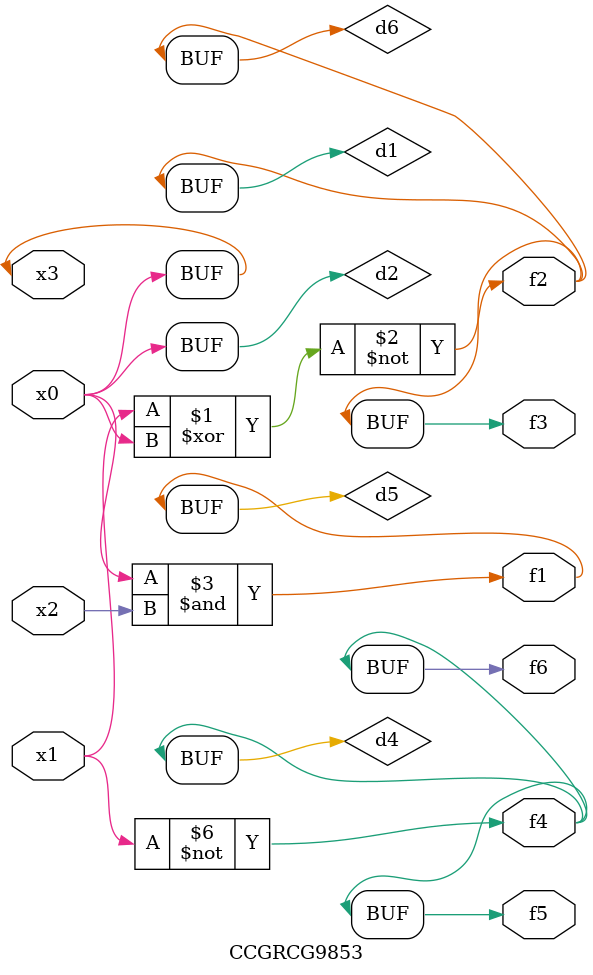
<source format=v>
module CCGRCG9853(
	input x0, x1, x2, x3,
	output f1, f2, f3, f4, f5, f6
);

	wire d1, d2, d3, d4, d5, d6;

	xnor (d1, x1, x3);
	buf (d2, x0, x3);
	nand (d3, x0, x2);
	not (d4, x1);
	nand (d5, d3);
	or (d6, d1);
	assign f1 = d5;
	assign f2 = d6;
	assign f3 = d6;
	assign f4 = d4;
	assign f5 = d4;
	assign f6 = d4;
endmodule

</source>
